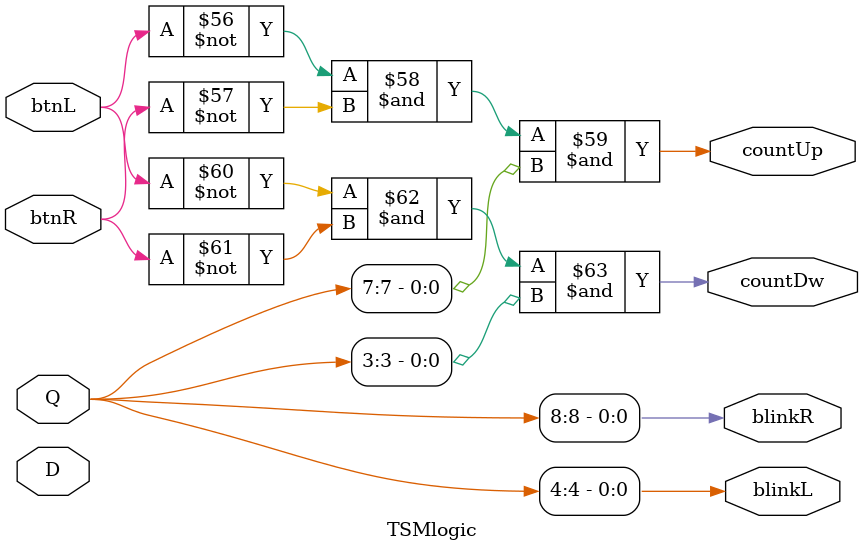
<source format=v>
`timescale 1ns / 1ps


module TSMlogic(
    input btnR,
    input btnL,
    input [8:0] Q,
    output countUp,
    output countDw,
    output blinkR,
    output blinkL,
    input [8:0] D
    );
    
    assign D[0] = (btnL & btnR & Q[0]) | (~btnL & ~btnR & (Q[0]|Q[1]|Q[5]));
    assign D[1] = ~btnL & btnR & (Q[0]|Q[1]|Q[2]|Q[4]|Q[8]);
    assign D[2] = btnL & btnR & (Q[3]|Q[1]|Q[2]);
    assign D[3] = btnL & ~btnR & (Q[2]|Q[3]);
    assign D[4] = (btnL & btnR & Q[4])|(~btnL & ~btnR & (Q[3]|Q[4]));
    assign D[5] = btnL & ~btnR & (Q[0]|Q[4]|Q[5]|Q[6]|Q[8]);
    assign D[6] = btnL & btnR & (Q[5]|Q[6]|Q[7]);
    assign D[7] = ~btnL & btnR & (Q[6]|Q[7]);
    assign D[8] = (btnL & btnR & Q[8])|(~btnL & ~btnR & (Q[7]|Q[8]));
    
    assign countUp = (~btnL & ~btnR & Q[7]);
    assign countDw = (~btnL & ~btnR & Q[3]);
    assign blinkR = Q[8];
    assign blinkL = Q[4];
    
endmodule

</source>
